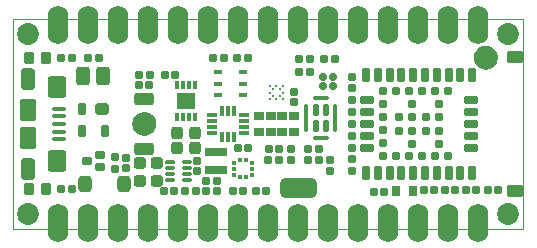
<source format=gts>
G04*
G04 #@! TF.GenerationSoftware,Altium Limited,Altium Designer,24.2.2 (26)*
G04*
G04 Layer_Color=8388736*
%FSLAX44Y44*%
%MOMM*%
G71*
G04*
G04 #@! TF.SameCoordinates,84A61C28-107D-4167-A594-B99BE37EB826*
G04*
G04*
G04 #@! TF.FilePolarity,Negative*
G04*
G01*
G75*
%ADD12C,0.1000*%
G04:AMPARAMS|DCode=13|XSize=1.9mm|YSize=1.4mm|CornerRadius=0.259mm|HoleSize=0mm|Usage=FLASHONLY|Rotation=90.000|XOffset=0mm|YOffset=0mm|HoleType=Round|Shape=RoundedRectangle|*
%AMROUNDEDRECTD13*
21,1,1.9000,0.8820,0,0,90.0*
21,1,1.3820,1.4000,0,0,90.0*
1,1,0.5180,0.4410,0.6910*
1,1,0.5180,0.4410,-0.6910*
1,1,0.5180,-0.4410,-0.6910*
1,1,0.5180,-0.4410,0.6910*
%
%ADD13ROUNDEDRECTD13*%
G04:AMPARAMS|DCode=14|XSize=1.825mm|YSize=1.6mm|CornerRadius=0.296mm|HoleSize=0mm|Usage=FLASHONLY|Rotation=90.000|XOffset=0mm|YOffset=0mm|HoleType=Round|Shape=RoundedRectangle|*
%AMROUNDEDRECTD14*
21,1,1.8250,1.0080,0,0,90.0*
21,1,1.2330,1.6000,0,0,90.0*
1,1,0.5920,0.5040,0.6165*
1,1,0.5920,0.5040,-0.6165*
1,1,0.5920,-0.5040,-0.6165*
1,1,0.5920,-0.5040,0.6165*
%
%ADD14ROUNDEDRECTD14*%
G04:AMPARAMS|DCode=15|XSize=0.37mm|YSize=1.11mm|CornerRadius=0.0907mm|HoleSize=0mm|Usage=FLASHONLY|Rotation=90.000|XOffset=0mm|YOffset=0mm|HoleType=Round|Shape=RoundedRectangle|*
%AMROUNDEDRECTD15*
21,1,0.3700,0.9287,0,0,90.0*
21,1,0.1887,1.1100,0,0,90.0*
1,1,0.1813,0.4643,0.0944*
1,1,0.1813,0.4643,-0.0944*
1,1,0.1813,-0.4643,-0.0944*
1,1,0.1813,-0.4643,0.0944*
%
%ADD15ROUNDEDRECTD15*%
G04:AMPARAMS|DCode=16|XSize=1.78mm|YSize=1.2mm|CornerRadius=0.222mm|HoleSize=0mm|Usage=FLASHONLY|Rotation=90.000|XOffset=0mm|YOffset=0mm|HoleType=Round|Shape=RoundedRectangle|*
%AMROUNDEDRECTD16*
21,1,1.7800,0.7560,0,0,90.0*
21,1,1.3360,1.2000,0,0,90.0*
1,1,0.4440,0.3780,0.6680*
1,1,0.4440,0.3780,-0.6680*
1,1,0.4440,-0.3780,-0.6680*
1,1,0.4440,-0.3780,0.6680*
%
%ADD16ROUNDEDRECTD16*%
G04:AMPARAMS|DCode=27|XSize=0.7mm|YSize=0.7mm|CornerRadius=0.063mm|HoleSize=0mm|Usage=FLASHONLY|Rotation=0.000|XOffset=0mm|YOffset=0mm|HoleType=Round|Shape=RoundedRectangle|*
%AMROUNDEDRECTD27*
21,1,0.7000,0.5740,0,0,0.0*
21,1,0.5740,0.7000,0,0,0.0*
1,1,0.1260,0.2870,-0.2870*
1,1,0.1260,-0.2870,-0.2870*
1,1,0.1260,-0.2870,0.2870*
1,1,0.1260,0.2870,0.2870*
%
%ADD27ROUNDEDRECTD27*%
G04:AMPARAMS|DCode=28|XSize=1.1501mm|YSize=0.7mm|CornerRadius=0.063mm|HoleSize=0mm|Usage=FLASHONLY|Rotation=270.000|XOffset=0mm|YOffset=0mm|HoleType=Round|Shape=RoundedRectangle|*
%AMROUNDEDRECTD28*
21,1,1.1501,0.5740,0,0,270.0*
21,1,1.0241,0.7000,0,0,270.0*
1,1,0.1260,-0.2870,-0.5121*
1,1,0.1260,-0.2870,0.5121*
1,1,0.1260,0.2870,0.5121*
1,1,0.1260,0.2870,-0.5121*
%
%ADD28ROUNDEDRECTD28*%
G04:AMPARAMS|DCode=29|XSize=1.1501mm|YSize=0.7mm|CornerRadius=0.063mm|HoleSize=0mm|Usage=FLASHONLY|Rotation=0.000|XOffset=0mm|YOffset=0mm|HoleType=Round|Shape=RoundedRectangle|*
%AMROUNDEDRECTD29*
21,1,1.1501,0.5740,0,0,0.0*
21,1,1.0241,0.7000,0,0,0.0*
1,1,0.1260,0.5121,-0.2870*
1,1,0.1260,-0.5121,-0.2870*
1,1,0.1260,-0.5121,0.2870*
1,1,0.1260,0.5121,0.2870*
%
%ADD29ROUNDEDRECTD29*%
G04:AMPARAMS|DCode=34|XSize=0.75mm|YSize=0.87mm|CornerRadius=0.1913mm|HoleSize=0mm|Usage=FLASHONLY|Rotation=0.000|XOffset=0mm|YOffset=0mm|HoleType=Round|Shape=RoundedRectangle|*
%AMROUNDEDRECTD34*
21,1,0.7500,0.4875,0,0,0.0*
21,1,0.3675,0.8700,0,0,0.0*
1,1,0.3825,0.1838,-0.2438*
1,1,0.3825,-0.1838,-0.2438*
1,1,0.3825,-0.1838,0.2438*
1,1,0.3825,0.1838,0.2438*
%
%ADD34ROUNDEDRECTD34*%
G04:AMPARAMS|DCode=36|XSize=0.35mm|YSize=1.3mm|CornerRadius=0.0875mm|HoleSize=0mm|Usage=FLASHONLY|Rotation=90.000|XOffset=0mm|YOffset=0mm|HoleType=Round|Shape=RoundedRectangle|*
%AMROUNDEDRECTD36*
21,1,0.3500,1.1250,0,0,90.0*
21,1,0.1750,1.3000,0,0,90.0*
1,1,0.1750,0.5625,0.0875*
1,1,0.1750,0.5625,-0.0875*
1,1,0.1750,-0.5625,-0.0875*
1,1,0.1750,-0.5625,0.0875*
%
%ADD36ROUNDEDRECTD36*%
G04:AMPARAMS|DCode=37|XSize=2.3mm|YSize=0.35mm|CornerRadius=0.0875mm|HoleSize=0mm|Usage=FLASHONLY|Rotation=90.000|XOffset=0mm|YOffset=0mm|HoleType=Round|Shape=RoundedRectangle|*
%AMROUNDEDRECTD37*
21,1,2.3000,0.1750,0,0,90.0*
21,1,2.1250,0.3500,0,0,90.0*
1,1,0.1750,0.0875,1.0625*
1,1,0.1750,0.0875,-1.0625*
1,1,0.1750,-0.0875,-1.0625*
1,1,0.1750,-0.0875,1.0625*
%
%ADD37ROUNDEDRECTD37*%
G04:AMPARAMS|DCode=38|XSize=1.02mm|YSize=0.48mm|CornerRadius=0.0528mm|HoleSize=0mm|Usage=FLASHONLY|Rotation=270.000|XOffset=0mm|YOffset=0mm|HoleType=Round|Shape=RoundedRectangle|*
%AMROUNDEDRECTD38*
21,1,1.0200,0.3744,0,0,270.0*
21,1,0.9144,0.4800,0,0,270.0*
1,1,0.1056,-0.1872,-0.4572*
1,1,0.1056,-0.1872,0.4572*
1,1,0.1056,0.1872,0.4572*
1,1,0.1056,0.1872,-0.4572*
%
%ADD38ROUNDEDRECTD38*%
%ADD49R,1.2700X1.6667*%
%ADD50R,0.9000X0.3499*%
%ADD51R,0.3499X0.9000*%
G04:AMPARAMS|DCode=52|XSize=1.4mm|YSize=1.6mm|CornerRadius=0.102mm|HoleSize=0mm|Usage=FLASHONLY|Rotation=90.000|XOffset=0mm|YOffset=0mm|HoleType=Round|Shape=RoundedRectangle|*
%AMROUNDEDRECTD52*
21,1,1.4000,1.3960,0,0,90.0*
21,1,1.1960,1.6000,0,0,90.0*
1,1,0.2040,0.6980,0.5980*
1,1,0.2040,0.6980,-0.5980*
1,1,0.2040,-0.6980,-0.5980*
1,1,0.2040,-0.6980,0.5980*
%
%ADD52ROUNDEDRECTD52*%
G04:AMPARAMS|DCode=53|XSize=0.74mm|YSize=0.36mm|CornerRadius=0.1202mm|HoleSize=0mm|Usage=FLASHONLY|Rotation=90.000|XOffset=0mm|YOffset=0mm|HoleType=Round|Shape=RoundedRectangle|*
%AMROUNDEDRECTD53*
21,1,0.7400,0.1196,0,0,90.0*
21,1,0.4996,0.3600,0,0,90.0*
1,1,0.2404,0.0598,0.2498*
1,1,0.2404,0.0598,-0.2498*
1,1,0.2404,-0.0598,-0.2498*
1,1,0.2404,-0.0598,0.2498*
%
%ADD53ROUNDEDRECTD53*%
G04:AMPARAMS|DCode=54|XSize=0.8631mm|YSize=0.7033mm|CornerRadius=0.2266mm|HoleSize=0mm|Usage=FLASHONLY|Rotation=180.000|XOffset=0mm|YOffset=0mm|HoleType=Round|Shape=RoundedRectangle|*
%AMROUNDEDRECTD54*
21,1,0.8631,0.2501,0,0,180.0*
21,1,0.4098,0.7033,0,0,180.0*
1,1,0.4533,-0.2049,0.1250*
1,1,0.4533,0.2049,0.1250*
1,1,0.4533,0.2049,-0.1250*
1,1,0.4533,-0.2049,-0.1250*
%
%ADD54ROUNDEDRECTD54*%
G04:AMPARAMS|DCode=55|XSize=1.01mm|YSize=1.11mm|CornerRadius=0.2002mm|HoleSize=0mm|Usage=FLASHONLY|Rotation=90.000|XOffset=0mm|YOffset=0mm|HoleType=Round|Shape=RoundedRectangle|*
%AMROUNDEDRECTD55*
21,1,1.0100,0.7097,0,0,90.0*
21,1,0.6097,1.1100,0,0,90.0*
1,1,0.4003,0.3549,0.3049*
1,1,0.4003,0.3549,-0.3049*
1,1,0.4003,-0.3549,-0.3049*
1,1,0.4003,-0.3549,0.3049*
%
%ADD55ROUNDEDRECTD55*%
G04:AMPARAMS|DCode=56|XSize=1.01mm|YSize=0.71mm|CornerRadius=0.1995mm|HoleSize=0mm|Usage=FLASHONLY|Rotation=90.000|XOffset=0mm|YOffset=0mm|HoleType=Round|Shape=RoundedRectangle|*
%AMROUNDEDRECTD56*
21,1,1.0100,0.3111,0,0,90.0*
21,1,0.6111,0.7100,0,0,90.0*
1,1,0.3989,0.1556,0.3056*
1,1,0.3989,0.1556,-0.3056*
1,1,0.3989,-0.1556,-0.3056*
1,1,0.3989,-0.1556,0.3056*
%
%ADD56ROUNDEDRECTD56*%
G04:AMPARAMS|DCode=57|XSize=1.1132mm|YSize=1.4232mm|CornerRadius=0.3291mm|HoleSize=0mm|Usage=FLASHONLY|Rotation=180.000|XOffset=0mm|YOffset=0mm|HoleType=Round|Shape=RoundedRectangle|*
%AMROUNDEDRECTD57*
21,1,1.1132,0.7650,0,0,180.0*
21,1,0.4550,1.4232,0,0,180.0*
1,1,0.6582,-0.2275,0.3825*
1,1,0.6582,0.2275,0.3825*
1,1,0.6582,0.2275,-0.3825*
1,1,0.6582,-0.2275,-0.3825*
%
%ADD57ROUNDEDRECTD57*%
G04:AMPARAMS|DCode=58|XSize=0.64mm|YSize=0.64mm|CornerRadius=0.1904mm|HoleSize=0mm|Usage=FLASHONLY|Rotation=270.000|XOffset=0mm|YOffset=0mm|HoleType=Round|Shape=RoundedRectangle|*
%AMROUNDEDRECTD58*
21,1,0.6400,0.2592,0,0,270.0*
21,1,0.2592,0.6400,0,0,270.0*
1,1,0.3808,-0.1296,-0.1296*
1,1,0.3808,-0.1296,0.1296*
1,1,0.3808,0.1296,0.1296*
1,1,0.3808,0.1296,-0.1296*
%
%ADD58ROUNDEDRECTD58*%
G04:AMPARAMS|DCode=59|XSize=0.65mm|YSize=0.68mm|CornerRadius=0.1903mm|HoleSize=0mm|Usage=FLASHONLY|Rotation=0.000|XOffset=0mm|YOffset=0mm|HoleType=Round|Shape=RoundedRectangle|*
%AMROUNDEDRECTD59*
21,1,0.6500,0.2995,0,0,0.0*
21,1,0.2695,0.6800,0,0,0.0*
1,1,0.3805,0.1348,-0.1498*
1,1,0.3805,-0.1348,-0.1498*
1,1,0.3805,-0.1348,0.1498*
1,1,0.3805,0.1348,0.1498*
%
%ADD59ROUNDEDRECTD59*%
G04:AMPARAMS|DCode=60|XSize=0.35mm|YSize=0.8mm|CornerRadius=0.0813mm|HoleSize=0mm|Usage=FLASHONLY|Rotation=90.000|XOffset=0mm|YOffset=0mm|HoleType=Round|Shape=RoundedRectangle|*
%AMROUNDEDRECTD60*
21,1,0.3500,0.6375,0,0,90.0*
21,1,0.1875,0.8000,0,0,90.0*
1,1,0.1625,0.3188,0.0938*
1,1,0.1625,0.3188,-0.0938*
1,1,0.1625,-0.3188,-0.0938*
1,1,0.1625,-0.3188,0.0938*
%
%ADD60ROUNDEDRECTD60*%
%ADD61R,1.9000X0.8000*%
G04:AMPARAMS|DCode=62|XSize=0.37mm|YSize=0.32mm|CornerRadius=0.09mm|HoleSize=0mm|Usage=FLASHONLY|Rotation=180.000|XOffset=0mm|YOffset=0mm|HoleType=Round|Shape=RoundedRectangle|*
%AMROUNDEDRECTD62*
21,1,0.3700,0.1400,0,0,180.0*
21,1,0.1900,0.3200,0,0,180.0*
1,1,0.1800,-0.0950,0.0700*
1,1,0.1800,0.0950,0.0700*
1,1,0.1800,0.0950,-0.0700*
1,1,0.1800,-0.0950,-0.0700*
%
%ADD62ROUNDEDRECTD62*%
G04:AMPARAMS|DCode=63|XSize=0.37mm|YSize=0.32mm|CornerRadius=0.09mm|HoleSize=0mm|Usage=FLASHONLY|Rotation=90.000|XOffset=0mm|YOffset=0mm|HoleType=Round|Shape=RoundedRectangle|*
%AMROUNDEDRECTD63*
21,1,0.3700,0.1400,0,0,90.0*
21,1,0.1900,0.3200,0,0,90.0*
1,1,0.1800,0.0700,0.0950*
1,1,0.1800,0.0700,-0.0950*
1,1,0.1800,-0.0700,-0.0950*
1,1,0.1800,-0.0700,0.0950*
%
%ADD63ROUNDEDRECTD63*%
G04:AMPARAMS|DCode=64|XSize=0.9232mm|YSize=1.0732mm|CornerRadius=0.2816mm|HoleSize=0mm|Usage=FLASHONLY|Rotation=0.000|XOffset=0mm|YOffset=0mm|HoleType=Round|Shape=RoundedRectangle|*
%AMROUNDEDRECTD64*
21,1,0.9232,0.5100,0,0,0.0*
21,1,0.3600,1.0732,0,0,0.0*
1,1,0.5632,0.1800,-0.2550*
1,1,0.5632,-0.1800,-0.2550*
1,1,0.5632,-0.1800,0.2550*
1,1,0.5632,0.1800,0.2550*
%
%ADD64ROUNDEDRECTD64*%
%ADD65R,0.7100X0.4500*%
%ADD66C,0.2400*%
%ADD67C,2.0000*%
G04:AMPARAMS|DCode=68|XSize=1.21mm|YSize=1.57mm|CornerRadius=0.2998mm|HoleSize=0mm|Usage=FLASHONLY|Rotation=180.000|XOffset=0mm|YOffset=0mm|HoleType=Round|Shape=RoundedRectangle|*
%AMROUNDEDRECTD68*
21,1,1.2100,0.9705,0,0,180.0*
21,1,0.6105,1.5700,0,0,180.0*
1,1,0.5995,-0.3053,0.4853*
1,1,0.5995,0.3053,0.4853*
1,1,0.5995,0.3053,-0.4853*
1,1,0.5995,-0.3053,-0.4853*
%
%ADD68ROUNDEDRECTD68*%
G04:AMPARAMS|DCode=69|XSize=0.97mm|YSize=1.07mm|CornerRadius=0.2718mm|HoleSize=0mm|Usage=FLASHONLY|Rotation=90.000|XOffset=0mm|YOffset=0mm|HoleType=Round|Shape=RoundedRectangle|*
%AMROUNDEDRECTD69*
21,1,0.9700,0.5263,0,0,90.0*
21,1,0.4263,1.0700,0,0,90.0*
1,1,0.5437,0.2632,0.2132*
1,1,0.5437,0.2632,-0.2132*
1,1,0.5437,-0.2632,-0.2132*
1,1,0.5437,-0.2632,0.2132*
%
%ADD69ROUNDEDRECTD69*%
G04:AMPARAMS|DCode=70|XSize=0.73mm|YSize=0.68mm|CornerRadius=0.2008mm|HoleSize=0mm|Usage=FLASHONLY|Rotation=270.000|XOffset=0mm|YOffset=0mm|HoleType=Round|Shape=RoundedRectangle|*
%AMROUNDEDRECTD70*
21,1,0.7300,0.2784,0,0,270.0*
21,1,0.3284,0.6800,0,0,270.0*
1,1,0.4016,-0.1392,-0.1642*
1,1,0.4016,-0.1392,0.1642*
1,1,0.4016,0.1392,0.1642*
1,1,0.4016,0.1392,-0.1642*
%
%ADD70ROUNDEDRECTD70*%
G04:AMPARAMS|DCode=71|XSize=1.1mm|YSize=1.7mm|CornerRadius=0.295mm|HoleSize=0mm|Usage=FLASHONLY|Rotation=90.000|XOffset=0mm|YOffset=0mm|HoleType=Round|Shape=RoundedRectangle|*
%AMROUNDEDRECTD71*
21,1,1.1000,1.1100,0,0,90.0*
21,1,0.5100,1.7000,0,0,90.0*
1,1,0.5900,0.5550,0.2550*
1,1,0.5900,0.5550,-0.2550*
1,1,0.5900,-0.5550,-0.2550*
1,1,0.5900,-0.5550,0.2550*
%
%ADD71ROUNDEDRECTD71*%
%ADD72R,0.8200X0.7000*%
G04:AMPARAMS|DCode=73|XSize=0.73mm|YSize=0.68mm|CornerRadius=0.2008mm|HoleSize=0mm|Usage=FLASHONLY|Rotation=0.000|XOffset=0mm|YOffset=0mm|HoleType=Round|Shape=RoundedRectangle|*
%AMROUNDEDRECTD73*
21,1,0.7300,0.2784,0,0,0.0*
21,1,0.3284,0.6800,0,0,0.0*
1,1,0.4016,0.1642,-0.1392*
1,1,0.4016,-0.1642,-0.1392*
1,1,0.4016,-0.1642,0.1392*
1,1,0.4016,0.1642,0.1392*
%
%ADD73ROUNDEDRECTD73*%
G04:AMPARAMS|DCode=74|XSize=1.4532mm|YSize=1.6732mm|CornerRadius=0.3829mm|HoleSize=0mm|Usage=FLASHONLY|Rotation=180.000|XOffset=0mm|YOffset=0mm|HoleType=Round|Shape=RoundedRectangle|*
%AMROUNDEDRECTD74*
21,1,1.4532,0.9075,0,0,180.0*
21,1,0.6875,1.6732,0,0,180.0*
1,1,0.7657,-0.3438,0.4537*
1,1,0.7657,0.3438,0.4537*
1,1,0.7657,0.3438,-0.4537*
1,1,0.7657,-0.3438,-0.4537*
%
%ADD74ROUNDEDRECTD74*%
G04:AMPARAMS|DCode=75|XSize=0.65mm|YSize=0.68mm|CornerRadius=0.1903mm|HoleSize=0mm|Usage=FLASHONLY|Rotation=270.000|XOffset=0mm|YOffset=0mm|HoleType=Round|Shape=RoundedRectangle|*
%AMROUNDEDRECTD75*
21,1,0.6500,0.2995,0,0,270.0*
21,1,0.2695,0.6800,0,0,270.0*
1,1,0.3805,-0.1498,-0.1348*
1,1,0.3805,-0.1498,0.1348*
1,1,0.3805,0.1498,0.1348*
1,1,0.3805,0.1498,-0.1348*
%
%ADD75ROUNDEDRECTD75*%
G04:AMPARAMS|DCode=76|XSize=0.97mm|YSize=1.07mm|CornerRadius=0.2718mm|HoleSize=0mm|Usage=FLASHONLY|Rotation=180.000|XOffset=0mm|YOffset=0mm|HoleType=Round|Shape=RoundedRectangle|*
%AMROUNDEDRECTD76*
21,1,0.9700,0.5263,0,0,180.0*
21,1,0.4263,1.0700,0,0,180.0*
1,1,0.5437,-0.2132,0.2632*
1,1,0.5437,0.2132,0.2632*
1,1,0.5437,0.2132,-0.2632*
1,1,0.5437,-0.2132,-0.2632*
%
%ADD76ROUNDEDRECTD76*%
G04:AMPARAMS|DCode=77|XSize=1.4mm|YSize=1.1mm|CornerRadius=0.3mm|HoleSize=0mm|Usage=FLASHONLY|Rotation=180.000|XOffset=0mm|YOffset=0mm|HoleType=Round|Shape=RoundedRectangle|*
%AMROUNDEDRECTD77*
21,1,1.4000,0.5000,0,0,180.0*
21,1,0.8000,1.1000,0,0,180.0*
1,1,0.6000,-0.4000,0.2500*
1,1,0.6000,0.4000,0.2500*
1,1,0.6000,0.4000,-0.2500*
1,1,0.6000,-0.4000,-0.2500*
%
%ADD77ROUNDEDRECTD77*%
%ADD78O,1.7272X3.2512*%
%ADD79C,1.1000*%
%ADD80C,1.8542*%
G36*
X113917Y98516D02*
X115737Y97762D01*
X117375Y96667D01*
X118767Y95275D01*
X119862Y93637D01*
X120616Y91817D01*
X121000Y89885D01*
Y88900D01*
Y87915D01*
X120616Y85983D01*
X119862Y84163D01*
X118767Y82525D01*
X117375Y81132D01*
X115737Y80038D01*
X113917Y79284D01*
X111985Y78900D01*
X110015D01*
X108083Y79284D01*
X106263Y80038D01*
X104625Y81132D01*
X103232Y82525D01*
X102138Y84163D01*
X101384Y85983D01*
X101000Y87915D01*
Y88900D01*
Y89885D01*
X101384Y91817D01*
X102138Y93637D01*
X103232Y95275D01*
X104625Y96667D01*
X106263Y97762D01*
X108083Y98516D01*
X110015Y98900D01*
X111985D01*
X113917Y98516D01*
D02*
G37*
G36*
X135429Y58197D02*
X135478Y58193D01*
X135550Y58171D01*
X135572Y58164D01*
X135659Y58118D01*
X135735Y58055D01*
X137005Y56785D01*
X137005Y56785D01*
X137068Y56709D01*
X137114Y56622D01*
X137121Y56600D01*
X137143Y56528D01*
X137152Y56430D01*
Y55512D01*
Y55450D01*
Y55450D01*
Y55450D01*
X137149Y55415D01*
X137143Y55352D01*
X137134Y55324D01*
X137114Y55258D01*
X137066Y55143D01*
X137038Y55091D01*
X137020Y55056D01*
X137020Y55056D01*
X137020Y55056D01*
X137004Y55037D01*
X136958Y54980D01*
X136870Y54892D01*
X136836Y54864D01*
X136794Y54830D01*
X136707Y54783D01*
X136592Y54736D01*
X136525Y54716D01*
X136498Y54707D01*
X136435Y54701D01*
X136400Y54697D01*
X136400D01*
X136400D01*
X129400D01*
X129400D01*
X129400D01*
X129365Y54701D01*
X129302Y54707D01*
X129274Y54716D01*
X129208Y54736D01*
X129093Y54783D01*
X129041Y54811D01*
X129006Y54830D01*
X129006Y54830D01*
X129006Y54830D01*
X128987Y54846D01*
X128930Y54892D01*
X128842Y54980D01*
X128814Y55014D01*
X128780Y55056D01*
X128733Y55143D01*
X128686Y55258D01*
X128666Y55324D01*
X128657Y55352D01*
X128651Y55415D01*
X128647Y55450D01*
Y55450D01*
Y55450D01*
Y55512D01*
Y57387D01*
Y57450D01*
Y57450D01*
Y57450D01*
X128651Y57485D01*
X128657Y57548D01*
X128666Y57575D01*
X128686Y57642D01*
X128733Y57757D01*
X128761Y57809D01*
X128780Y57844D01*
X128780Y57844D01*
X128780Y57844D01*
X128796Y57863D01*
X128842Y57920D01*
X128930Y58008D01*
X128964Y58035D01*
X129006Y58070D01*
X129093Y58116D01*
X129208Y58164D01*
X129274Y58184D01*
X129302Y58193D01*
X129365Y58199D01*
X129400Y58202D01*
X129400D01*
X129400D01*
X135380D01*
X135380Y58202D01*
X135429Y58197D01*
D02*
G37*
G36*
X402917Y154616D02*
X404737Y153862D01*
X406375Y152767D01*
X407767Y151375D01*
X408862Y149737D01*
X409616Y147917D01*
X410000Y145985D01*
Y145000D01*
Y144015D01*
X409616Y142083D01*
X408862Y140263D01*
X407767Y138625D01*
X406375Y137233D01*
X404737Y136138D01*
X402917Y135384D01*
X400985Y135000D01*
X399015D01*
X397083Y135384D01*
X395263Y136138D01*
X393625Y137233D01*
X392233Y138625D01*
X391138Y140263D01*
X390384Y142083D01*
X390000Y144015D01*
Y145000D01*
Y145985D01*
X390384Y147917D01*
X391138Y149737D01*
X392233Y151375D01*
X393625Y152767D01*
X395263Y153862D01*
X397083Y154616D01*
X399015Y155000D01*
X400985D01*
X402917Y154616D01*
D02*
G37*
D12*
X0Y177800D02*
X431800D01*
Y0D02*
Y177800D01*
X0Y0D02*
X431800D01*
X0D02*
Y177800D01*
D13*
X12799Y76900D02*
D03*
Y100900D02*
D03*
D14*
X36799Y57425D02*
D03*
Y120375D02*
D03*
D15*
X38399Y101900D02*
D03*
Y95400D02*
D03*
Y88900D02*
D03*
Y82400D02*
D03*
Y75900D02*
D03*
D16*
X12799Y50700D02*
D03*
Y127100D02*
D03*
D27*
X287018Y48900D02*
D03*
Y58900D02*
D03*
Y68900D02*
D03*
Y78900D02*
D03*
Y88900D02*
D03*
Y98900D02*
D03*
Y108900D02*
D03*
Y118900D02*
D03*
Y128900D02*
D03*
X324019Y116400D02*
D03*
X335019D02*
D03*
X346019D02*
D03*
X357019D02*
D03*
X368019D02*
D03*
Y61400D02*
D03*
X357019D02*
D03*
X346019D02*
D03*
X335019D02*
D03*
X324019D02*
D03*
X360769Y71650D02*
D03*
X360768Y106150D02*
D03*
X360767Y94650D02*
D03*
Y83150D02*
D03*
X349268Y83150D02*
D03*
Y94650D02*
D03*
X337769Y106150D02*
D03*
X337767Y94650D02*
D03*
X337769Y71650D02*
D03*
X337767Y83150D02*
D03*
X326269Y94650D02*
D03*
Y83150D02*
D03*
X313017Y61399D02*
D03*
Y72400D02*
D03*
Y83401D02*
D03*
Y116401D02*
D03*
Y105400D02*
D03*
Y94399D02*
D03*
D28*
X388518Y130150D02*
D03*
X378518D02*
D03*
X368518D02*
D03*
X358518D02*
D03*
X348519Y130150D02*
D03*
X338519D02*
D03*
X328519D02*
D03*
X318519D02*
D03*
X308519Y130150D02*
D03*
X298519D02*
D03*
X388518Y47650D02*
D03*
X378518D02*
D03*
X368518D02*
D03*
X358519D02*
D03*
X348519D02*
D03*
X338519D02*
D03*
X328519D02*
D03*
X318519D02*
D03*
X308519D02*
D03*
X298519D02*
D03*
D29*
X299268Y98900D02*
D03*
Y108900D02*
D03*
Y88900D02*
D03*
Y78900D02*
D03*
Y68900D02*
D03*
X387769Y108900D02*
D03*
Y98900D02*
D03*
Y68900D02*
D03*
Y78900D02*
D03*
Y88900D02*
D03*
D34*
X337976Y32126D02*
D03*
X323776D02*
D03*
D36*
X260300Y111059D02*
D03*
Y76559D02*
D03*
D37*
X272550Y93809D02*
D03*
X248050D02*
D03*
D38*
X256050Y87059D02*
D03*
Y100559D02*
D03*
X264550D02*
D03*
Y87059D02*
D03*
D49*
X241151Y34407D02*
D03*
D50*
X168025Y96401D02*
D03*
Y91399D02*
D03*
X168025Y86401D02*
D03*
X168025Y81399D02*
D03*
X195525D02*
D03*
X195525Y86401D02*
D03*
X195525Y91399D02*
D03*
Y96401D02*
D03*
D51*
X181775Y77900D02*
D03*
X186776D02*
D03*
Y99900D02*
D03*
X181775Y99900D02*
D03*
X176773Y99900D02*
D03*
Y77900D02*
D03*
D52*
X146200Y108050D02*
D03*
D53*
X138700Y121500D02*
D03*
X143700D02*
D03*
X148700D02*
D03*
X153700D02*
D03*
Y94600D02*
D03*
X148700D02*
D03*
X143700D02*
D03*
X138700D02*
D03*
D54*
X61950Y57250D02*
D03*
X73350Y52249D02*
D03*
Y62251D02*
D03*
D55*
X75149Y101700D02*
D03*
D56*
X58149D02*
D03*
Y82600D02*
D03*
X77149D02*
D03*
D57*
X93500Y38000D02*
D03*
X60800D02*
D03*
D58*
X262550Y121050D02*
D03*
X270450D02*
D03*
Y128950D02*
D03*
X262550D02*
D03*
D59*
X154400Y32050D02*
D03*
X144900D02*
D03*
X49399Y144400D02*
D03*
X39899D02*
D03*
X115750Y130400D02*
D03*
X106250D02*
D03*
X62900Y144400D02*
D03*
X72400D02*
D03*
X251300Y143500D02*
D03*
X241800D02*
D03*
X262800D02*
D03*
X272300D02*
D03*
X251300Y132500D02*
D03*
X241800D02*
D03*
X258700Y58100D02*
D03*
X249200D02*
D03*
X225133D02*
D03*
X215633D02*
D03*
X258633Y67600D02*
D03*
X249133D02*
D03*
X49399Y33750D02*
D03*
X39899D02*
D03*
X172400Y40850D02*
D03*
X162900D02*
D03*
D60*
X146900Y56450D02*
D03*
Y51450D02*
D03*
Y46450D02*
D03*
Y41450D02*
D03*
X132900D02*
D03*
Y46450D02*
D03*
Y51450D02*
D03*
D61*
X171200Y50200D02*
D03*
Y65200D02*
D03*
D62*
X186820Y46000D02*
D03*
Y51000D02*
D03*
Y56000D02*
D03*
X201720D02*
D03*
Y51000D02*
D03*
Y46000D02*
D03*
D63*
X191770Y58450D02*
D03*
X196770D02*
D03*
Y43550D02*
D03*
X191770D02*
D03*
D64*
X27999Y144400D02*
D03*
X13499D02*
D03*
X28000Y33750D02*
D03*
X13500D02*
D03*
D65*
X194270Y113000D02*
D03*
Y123000D02*
D03*
Y133000D02*
D03*
X173270D02*
D03*
Y123000D02*
D03*
Y113000D02*
D03*
D66*
X228200Y109690D02*
D03*
X222540D02*
D03*
X216880D02*
D03*
X225370Y112520D02*
D03*
X219710D02*
D03*
X228200Y115350D02*
D03*
X216880D02*
D03*
X225370Y118180D02*
D03*
X219710D02*
D03*
X228200Y121010D02*
D03*
X222540Y121010D02*
D03*
X216880Y121010D02*
D03*
D67*
X111000Y88900D02*
D03*
X400000Y145000D02*
D03*
D68*
X59150Y129400D02*
D03*
X76150D02*
D03*
D69*
X107400Y55900D02*
D03*
Y40900D02*
D03*
X121200Y55900D02*
D03*
Y40900D02*
D03*
D70*
X95400Y51500D02*
D03*
Y60200D02*
D03*
X234936Y67400D02*
D03*
Y58700D02*
D03*
X237450Y115750D02*
D03*
Y107050D02*
D03*
X155150Y57650D02*
D03*
Y48950D02*
D03*
D71*
X111000Y109900D02*
D03*
Y67900D02*
D03*
D72*
X227736Y95900D02*
D03*
X237436Y81900D02*
D03*
Y95900D02*
D03*
X227736Y81900D02*
D03*
X218036Y95900D02*
D03*
Y81900D02*
D03*
X208336Y95900D02*
D03*
Y81900D02*
D03*
D73*
X410200Y33200D02*
D03*
X401500D02*
D03*
X106500Y121400D02*
D03*
X115200D02*
D03*
X205562Y32045D02*
D03*
X214261D02*
D03*
X136700Y130400D02*
D03*
X128000D02*
D03*
X224733Y67600D02*
D03*
X216033D02*
D03*
X185770Y32045D02*
D03*
X194470D02*
D03*
X198270Y144400D02*
D03*
X189570D02*
D03*
X169270D02*
D03*
X177970D02*
D03*
X198470Y68250D02*
D03*
X189770D02*
D03*
X365401Y33200D02*
D03*
X374101D02*
D03*
X383401D02*
D03*
X392101D02*
D03*
X313999Y31479D02*
D03*
X305299D02*
D03*
X347649Y33124D02*
D03*
X356350D02*
D03*
X163300Y32050D02*
D03*
X172000D02*
D03*
X136000Y32050D02*
D03*
X127300D02*
D03*
D74*
X233101Y34393D02*
D03*
X249201D02*
D03*
D75*
X86000Y51100D02*
D03*
Y60600D02*
D03*
X267787Y58103D02*
D03*
Y48603D02*
D03*
D76*
X138700Y68700D02*
D03*
X153700D02*
D03*
X138700Y81500D02*
D03*
X153700D02*
D03*
D77*
X425027Y145435D02*
D03*
Y32365D02*
D03*
D78*
X139550Y5080D02*
D03*
X393550D02*
D03*
X114150D02*
D03*
X88750D02*
D03*
X190350D02*
D03*
X215750D02*
D03*
X291950D02*
D03*
X241150D02*
D03*
X342750D02*
D03*
X317350D02*
D03*
X63500D02*
D03*
X164950D02*
D03*
X266550D02*
D03*
X368150D02*
D03*
X38100D02*
D03*
X139550Y172720D02*
D03*
X393550D02*
D03*
X114150D02*
D03*
X88750D02*
D03*
X190350D02*
D03*
X215750D02*
D03*
X291950D02*
D03*
X241150D02*
D03*
X342750D02*
D03*
X317350D02*
D03*
X63500D02*
D03*
X164950D02*
D03*
X266550D02*
D03*
X368150D02*
D03*
X38100D02*
D03*
D79*
Y0D02*
D03*
X63500D02*
D03*
X88900D02*
D03*
X114300D02*
D03*
X139700D02*
D03*
X165100D02*
D03*
X190500D02*
D03*
X215900D02*
D03*
X241300D02*
D03*
X266700D02*
D03*
X292100D02*
D03*
X317500D02*
D03*
X342900D02*
D03*
X368300D02*
D03*
X393700D02*
D03*
X38100Y177800D02*
D03*
X63500D02*
D03*
X88900D02*
D03*
X114300D02*
D03*
X139700D02*
D03*
X165100D02*
D03*
X190500D02*
D03*
X215900D02*
D03*
X241300D02*
D03*
X266700D02*
D03*
X292100D02*
D03*
X317500D02*
D03*
X342900D02*
D03*
X368300D02*
D03*
X393700D02*
D03*
D80*
X419100Y165100D02*
D03*
Y12700D02*
D03*
X12700D02*
D03*
Y165100D02*
D03*
M02*

</source>
